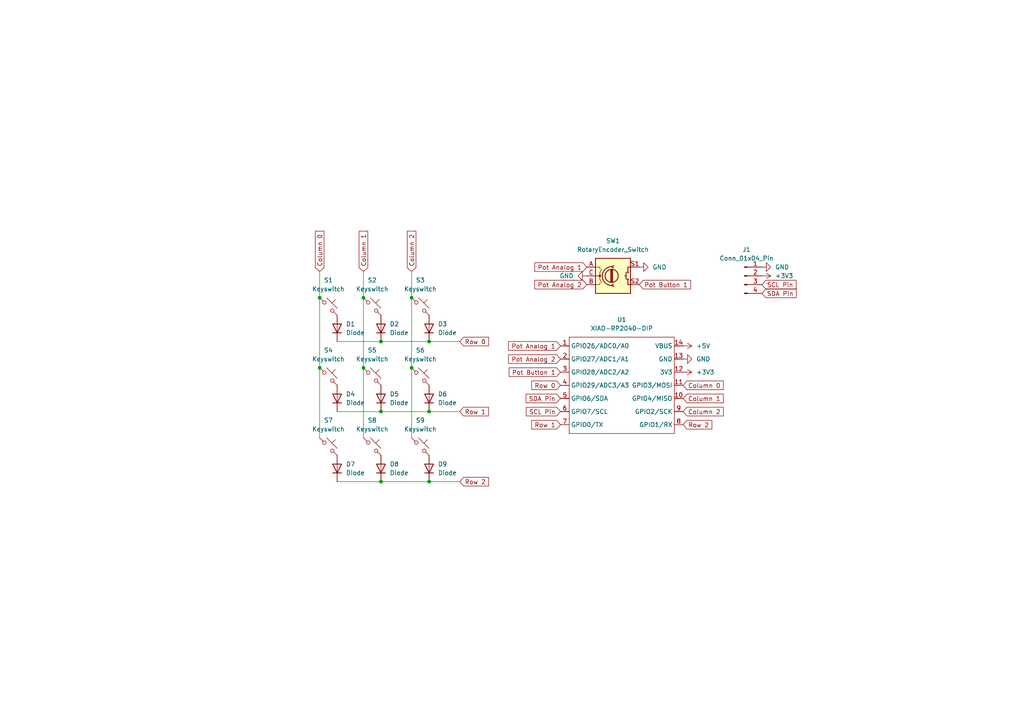
<source format=kicad_sch>
(kicad_sch (version 20231120) (generator "eeschema") (generator_version "8.0")
  (paper "A4")
  (lib_symbols
    (symbol "Connector:Conn_01x04_Pin" (pin_names (offset 1.016) hide)
      (property "Reference" "J" (at 0 5.08 0))
      (property "Value" "Conn_01x04_Pin" (at 0 -7.62 0))
      (symbol "Conn_01x04_Pin_1_1"
        (polyline (pts (xy 1.27 -5.08) (xy 0.8636 -5.08)) (stroke (width 0.1524)))
        (polyline (pts (xy 1.27 -2.54) (xy 0.8636 -2.54)) (stroke (width 0.1524)))
        (polyline (pts (xy 1.27 0) (xy 0.8636 0)) (stroke (width 0.1524)))
        (polyline (pts (xy 1.27 2.54) (xy 0.8636 2.54)) (stroke (width 0.1524)))
        (rectangle (start 0.8636 -4.953) (end 0 -5.207) (stroke (width 0.1524)) (fill (type outline)))
        (rectangle (start 0.8636 -2.413) (end 0 -2.667) (stroke (width 0.1524)) (fill (type outline)))
        (rectangle (start 0.8636 0.127) (end 0 -0.127) (stroke (width 0.1524)) (fill (type outline)))
        (rectangle (start 0.8636 2.667) (end 0 2.413) (stroke (width 0.1524)) (fill (type outline)))
        (pin passive line (at 5.08 2.54 180) (length 3.81) (name "Pin_1") (number "1"))
        (pin passive line (at 5.08 0 180) (length 3.81) (name "Pin_2") (number "2"))
        (pin passive line (at 5.08 -2.54 180) (length 3.81) (name "Pin_3") (number "3"))
        (pin passive line (at 5.08 -5.08 180) (length 3.81) (name "Pin_4") (number "4"))
      )
    )
    (symbol "Device:RotaryEncoder_Switch" (pin_names (offset 0.254) hide)
      (property "Reference" "SW" (at 0 6.604 0))
      (property "Value" "RotaryEncoder_Switch" (at 0 -6.604 0))
      (symbol "RotaryEncoder_Switch_0_1"
        (rectangle (start -5.08 5.08) (end 5.08 -5.08) (stroke (width 0.254)) (fill (type background)))
        (circle (center -3.81 0) (radius 0.254) (fill (type outline)))
        (circle (center -0.381 0) (radius 1.905) (stroke (width 0.254)))
        (arc (start -0.381 2.667) (mid -3.0988 -0.0635) (end -0.381 -2.794) (stroke (width 0.254)))
        (polyline (pts (xy -0.635 -1.778) (xy -0.635 1.778)) (stroke (width 0.254)))
        (polyline (pts (xy -0.381 -1.778) (xy -0.381 1.778)) (stroke (width 0.254)))
        (polyline (pts (xy -0.127 1.778) (xy -0.127 -1.778)) (stroke (width 0.254)))
        (polyline (pts (xy 3.81 0) (xy 3.429 0)) (stroke (width 0.254)))
        (polyline (pts (xy 3.81 1.016) (xy 3.81 -1.016)) (stroke (width 0.254)))
        (polyline (pts (xy -5.08 -2.54) (xy -3.81 -2.54) (xy -3.81 -2.032)))
        (polyline (pts (xy -5.08 2.54) (xy -3.81 2.54) (xy -3.81 2.032)))
        (polyline (pts (xy 0.254 -3.048) (xy -0.508 -2.794) (xy 0.127 -2.413)) (stroke (width 0.254)))
        (polyline (pts (xy 0.254 2.921) (xy -0.508 2.667) (xy 0.127 2.286)) (stroke (width 0.254)))
        (polyline (pts (xy 5.08 -2.54) (xy 4.318 -2.54) (xy 4.318 -1.016)) (stroke (width 0.254)))
        (polyline (pts (xy 5.08 2.54) (xy 4.318 2.54) (xy 4.318 1.016)) (stroke (width 0.254)))
        (polyline (pts (xy -5.08 0) (xy -3.81 0) (xy -3.81 -1.016) (xy -3.302 -2.032)))
        (polyline (pts (xy -4.318 0) (xy -3.81 0) (xy -3.81 1.016) (xy -3.302 2.032)))
        (circle (center 4.318 -1.016) (radius 0.127) (stroke (width 0.254)))
        (circle (center 4.318 1.016) (radius 0.127) (stroke (width 0.254)))
      )
      (symbol "RotaryEncoder_Switch_1_1"
        (pin passive line (at -7.62 2.54 0) (length 2.54) (name "A") (number "A"))
        (pin passive line (at -7.62 -2.54 0) (length 2.54) (name "B") (number "B"))
        (pin passive line (at -7.62 0 0) (length 2.54) (name "C") (number "C"))
        (pin passive line (at 7.62 2.54 180) (length 2.54) (name "S1") (number "S1"))
        (pin passive line (at 7.62 -2.54 180) (length 2.54) (name "S2") (number "S2"))
      )
    )
    (symbol "ScottoKeebs:Placeholder_Diode" (pin_numbers hide) (pin_names hide)
      (property "Reference" "D" (at 0 2.54 0))
      (property "Value" "Diode" (at 0 -2.54 0))
      (symbol "Placeholder_Diode_0_1"
        (polyline (pts (xy -1.27 1.27) (xy -1.27 -1.27)) (stroke (width 0.254)))
        (polyline (pts (xy 1.27 0) (xy -1.27 0)))
        (polyline (pts (xy 1.27 1.27) (xy 1.27 -1.27) (xy -1.27 0) (xy 1.27 1.27)) (stroke (width 0.254)))
      )
      (symbol "Placeholder_Diode_1_1"
        (pin passive line (at -3.81 0 0) (length 2.54) (name "K") (number "1"))
        (pin passive line (at 3.81 0 180) (length 2.54) (name "A") (number "2"))
      )
    )
    (symbol "ScottoKeebs:Placeholder_Keyswitch" (pin_numbers hide) (pin_names (offset 1.016) hide)
      (property "Reference" "S" (at 3.048 1.016 0))
      (property "Value" "Keyswitch" (at 0 -3.81 0))
      (symbol "Placeholder_Keyswitch_0_1"
        (circle (center -1.1684 1.1684) (radius 0.508))
        (polyline (pts (xy -0.508 2.54) (xy 2.54 -0.508)))
        (polyline (pts (xy 1.016 1.016) (xy 2.032 2.032)))
        (polyline (pts (xy -2.54 2.54) (xy -1.524 1.524) (xy -1.524 1.524)))
        (polyline (pts (xy 1.524 -1.524) (xy 2.54 -2.54) (xy 2.54 -2.54) (xy 2.54 -2.54)))
        (circle (center 1.143 -1.1938) (radius 0.508))
        (pin passive line (at -2.54 2.54 0) (length 0) (name "1") (number "1"))
        (pin passive line (at 2.54 -2.54 180) (length 0) (name "2") (number "2"))
      )
    )
    (symbol "Seeed_Studio_XIAO_Series:XIAO-RP2040-DIP"
      (property "Reference" "U" (at 0 0 0))
      (property "Value" "XIAO-RP2040-DIP" (at 5.334 -1.778 0))
      (symbol "XIAO-RP2040-DIP_1_0"
        (polyline (pts (xy -1.27 -30.48) (xy -1.27 -16.51)) (stroke (width 0.1524)))
        (polyline (pts (xy -1.27 -27.94) (xy -2.54 -27.94)) (stroke (width 0.1524)))
        (polyline (pts (xy -1.27 -24.13) (xy -2.54 -24.13)) (stroke (width 0.1524)))
        (polyline (pts (xy -1.27 -20.32) (xy -2.54 -20.32)) (stroke (width 0.1524)))
        (polyline (pts (xy -1.27 -16.51) (xy -2.54 -16.51)) (stroke (width 0.1524)))
        (polyline (pts (xy -1.27 -16.51) (xy -1.27 -12.7)) (stroke (width 0.1524)))
        (polyline (pts (xy -1.27 -12.7) (xy -2.54 -12.7)) (stroke (width 0.1524)))
        (polyline (pts (xy -1.27 -12.7) (xy -1.27 -8.89)) (stroke (width 0.1524)))
        (polyline (pts (xy -1.27 -8.89) (xy -2.54 -8.89)) (stroke (width 0.1524)))
        (polyline (pts (xy -1.27 -8.89) (xy -1.27 -5.08)) (stroke (width 0.1524)))
        (polyline (pts (xy -1.27 -5.08) (xy -2.54 -5.08)) (stroke (width 0.1524)))
        (polyline (pts (xy -1.27 -5.08) (xy -1.27 -2.54)) (stroke (width 0.1524)))
        (polyline (pts (xy -1.27 -2.54) (xy 29.21 -2.54)) (stroke (width 0.1524)))
        (polyline (pts (xy 29.21 -30.48) (xy -1.27 -30.48)) (stroke (width 0.1524)))
        (polyline (pts (xy 29.21 -12.7) (xy 29.21 -30.48)) (stroke (width 0.1524)))
        (polyline (pts (xy 29.21 -8.89) (xy 29.21 -12.7)) (stroke (width 0.1524)))
        (polyline (pts (xy 29.21 -5.08) (xy 29.21 -8.89)) (stroke (width 0.1524)))
        (polyline (pts (xy 29.21 -2.54) (xy 29.21 -5.08)) (stroke (width 0.1524)))
        (polyline (pts (xy 30.48 -27.94) (xy 29.21 -27.94)) (stroke (width 0.1524)))
        (polyline (pts (xy 30.48 -24.13) (xy 29.21 -24.13)) (stroke (width 0.1524)))
        (polyline (pts (xy 30.48 -20.32) (xy 29.21 -20.32)) (stroke (width 0.1524)))
        (polyline (pts (xy 30.48 -16.51) (xy 29.21 -16.51)) (stroke (width 0.1524)))
        (polyline (pts (xy 30.48 -12.7) (xy 29.21 -12.7)) (stroke (width 0.1524)))
        (polyline (pts (xy 30.48 -8.89) (xy 29.21 -8.89)) (stroke (width 0.1524)))
        (polyline (pts (xy 30.48 -5.08) (xy 29.21 -5.08)) (stroke (width 0.1524)))
        (pin passive line (at -3.81 -5.08 0) (length 2.54) (name "GPIO26/ADC0/A0") (number "1"))
        (pin passive line (at 31.75 -20.32 180) (length 2.54) (name "GPIO4/MISO") (number "10"))
        (pin passive line (at 31.75 -16.51 180) (length 2.54) (name "GPIO3/MOSI") (number "11"))
        (pin passive line (at 31.75 -12.7 180) (length 2.54) (name "3V3") (number "12"))
        (pin passive line (at 31.75 -8.89 180) (length 2.54) (name "GND") (number "13"))
        (pin passive line (at 31.75 -5.08 180) (length 2.54) (name "VBUS") (number "14"))
        (pin passive line (at -3.81 -8.89 0) (length 2.54) (name "GPIO27/ADC1/A1") (number "2"))
        (pin passive line (at -3.81 -12.7 0) (length 2.54) (name "GPIO28/ADC2/A2") (number "3"))
        (pin passive line (at -3.81 -16.51 0) (length 2.54) (name "GPIO29/ADC3/A3") (number "4"))
        (pin passive line (at -3.81 -20.32 0) (length 2.54) (name "GPIO6/SDA") (number "5"))
        (pin passive line (at -3.81 -24.13 0) (length 2.54) (name "GPIO7/SCL") (number "6"))
        (pin passive line (at -3.81 -27.94 0) (length 2.54) (name "GPIO0/TX") (number "7"))
        (pin passive line (at 31.75 -27.94 180) (length 2.54) (name "GPIO1/RX") (number "8"))
        (pin passive line (at 31.75 -24.13 180) (length 2.54) (name "GPIO2/SCK") (number "9"))
      )
    )
    (symbol "power:+3V3" (power) (pin_numbers hide) (pin_names (offset 0) hide)
      (property "Value" "+3V3" (at 0 3.556 0))
      (symbol "+3V3_0_1"
        (polyline (pts (xy -0.762 1.27) (xy 0 2.54)))
        (polyline (pts (xy 0 0) (xy 0 2.54)))
        (polyline (pts (xy 0 2.54) (xy 0.762 1.27)))
      )
      (symbol "+3V3_1_1"
        (pin power_in line (at 0 0 90) (length 0) (name "~") (number "1"))
      )
    )
    (symbol "power:+5V" (power) (pin_numbers hide) (pin_names (offset 0) hide)
      (property "Value" "+5V" (at 0 3.556 0))
      (symbol "+5V_0_1"
        (polyline (pts (xy -0.762 1.27) (xy 0 2.54)))
        (polyline (pts (xy 0 0) (xy 0 2.54)))
        (polyline (pts (xy 0 2.54) (xy 0.762 1.27)))
      )
      (symbol "+5V_1_1"
        (pin power_in line (at 0 0 90) (length 0) (name "~") (number "1"))
      )
    )
    (symbol "power:GND" (power) (pin_numbers hide) (pin_names (offset 0) hide)
      (property "Value" "GND" (at 0 -3.81 0))
      (symbol "GND_0_1"
        (polyline (pts (xy 0 0) (xy 0 -1.27) (xy 1.27 -1.27) (xy 0 -2.54) (xy -1.27 -1.27) (xy 0 -1.27)))
      )
      (symbol "GND_1_1"
        (pin power_in line (at 0 0 270) (length 0) (name "~") (number "1"))
      )
    )
  )
  (junction (at 92.71 106.68))
  (junction (at 110.49 119.38))
  (junction (at 92.71 86.36))
  (junction (at 110.49 99.06))
  (junction (at 110.49 139.7))
  (junction (at 124.46 99.06))
  (junction (at 124.46 119.38))
  (junction (at 105.41 106.68))
  (junction (at 124.46 139.7))
  (junction (at 119.38 86.36))
  (junction (at 119.38 106.68))
  (junction (at 105.41 86.36))
  (wire (pts (xy 110.49 139.7) (xy 124.46 139.7)))
  (wire (pts (xy 105.41 86.36) (xy 105.41 106.68)))
  (wire (pts (xy 105.41 78.74) (xy 105.41 86.36)))
  (wire (pts (xy 119.38 86.36) (xy 119.38 106.68)))
  (wire (pts (xy 105.41 106.68) (xy 105.41 127)))
  (wire (pts (xy 133.35 139.7) (xy 124.46 139.7)))
  (wire (pts (xy 133.35 99.06) (xy 124.46 99.06)))
  (wire (pts (xy 97.79 139.7) (xy 110.49 139.7)))
  (wire (pts (xy 110.49 99.06) (xy 124.46 99.06)))
  (wire (pts (xy 97.79 99.06) (xy 110.49 99.06)))
  (wire (pts (xy 92.71 86.36) (xy 92.71 106.68)))
  (wire (pts (xy 110.49 119.38) (xy 124.46 119.38)))
  (wire (pts (xy 97.79 119.38) (xy 110.49 119.38)))
  (wire (pts (xy 119.38 106.68) (xy 119.38 127)))
  (wire (pts (xy 92.71 78.74) (xy 92.71 86.36)))
  (wire (pts (xy 133.35 119.38) (xy 124.46 119.38)))
  (wire (pts (xy 119.38 78.74) (xy 119.38 86.36)))
  (wire (pts (xy 92.71 106.68) (xy 92.71 127)))
  (global_label "Row 1" (shape input) (at 162.56 123.19 180) (property "Intersheetrefs" "${INTERSHEET_REFS}" (effects (hide yes))))
  (global_label "Pot Analog 2" (shape input) (at 170.18 82.55 180) (property "Intersheetrefs" "${INTERSHEET_REFS}" (effects (hide yes))))
  (global_label "Column 0" (shape input) (at 198.12 111.76 0) (property "Intersheetrefs" "${INTERSHEET_REFS}" (effects (hide yes))))
  (global_label "Column 2" (shape input) (at 198.12 119.38 0) (property "Intersheetrefs" "${INTERSHEET_REFS}" (effects (hide yes))))
  (global_label "Column 1" (shape input) (at 198.12 115.57 0) (property "Intersheetrefs" "${INTERSHEET_REFS}" (effects (hide yes))))
  (global_label "Pot Button 1" (shape input) (at 185.42 82.55 0) (property "Intersheetrefs" "${INTERSHEET_REFS}" (effects (hide yes))))
  (global_label "Row 0" (shape input) (at 133.35 99.06 0) (property "Intersheetrefs" "${INTERSHEET_REFS}" (effects (hide yes))))
  (global_label "Column 0" (shape input) (at 92.71 78.74 90) (property "Intersheetrefs" "${INTERSHEET_REFS}" (effects (hide yes))))
  (global_label "SCL Pin" (shape input) (at 220.98 82.55 0) (property "Intersheetrefs" "${INTERSHEET_REFS}" (effects (hide yes))))
  (global_label "SDA Pin" (shape input) (at 220.98 85.09 0) (property "Intersheetrefs" "${INTERSHEET_REFS}" (effects (hide yes))))
  (global_label "SCL Pin" (shape input) (at 162.56 119.38 180) (property "Intersheetrefs" "${INTERSHEET_REFS}" (effects (hide yes))))
  (global_label "Row 1" (shape input) (at 133.35 119.38 0) (property "Intersheetrefs" "${INTERSHEET_REFS}" (effects (hide yes))))
  (global_label "Row 2" (shape input) (at 198.12 123.19 0) (property "Intersheetrefs" "${INTERSHEET_REFS}" (effects (hide yes))))
  (global_label "Pot Analog 1" (shape input) (at 170.18 77.47 180) (property "Intersheetrefs" "${INTERSHEET_REFS}" (effects (hide yes))))
  (global_label "Column 1" (shape input) (at 105.41 78.74 90) (property "Intersheetrefs" "${INTERSHEET_REFS}" (effects (hide yes))))
  (global_label "SDA Pin" (shape input) (at 162.56 115.57 180) (property "Intersheetrefs" "${INTERSHEET_REFS}" (effects (hide yes))))
  (global_label "Column 2" (shape input) (at 119.38 78.74 90) (property "Intersheetrefs" "${INTERSHEET_REFS}" (effects (hide yes))))
  (global_label "Row 2" (shape input) (at 133.35 139.7 0) (property "Intersheetrefs" "${INTERSHEET_REFS}" (effects (hide yes))))
  (global_label "Row 0" (shape input) (at 162.56 111.76 180) (property "Intersheetrefs" "${INTERSHEET_REFS}" (effects (hide yes))))
  (global_label "Pot Analog 2" (shape input) (at 162.56 104.14 180) (property "Intersheetrefs" "${INTERSHEET_REFS}" (effects (hide yes))))
  (global_label "Pot Analog 1" (shape input) (at 162.56 100.33 180) (property "Intersheetrefs" "${INTERSHEET_REFS}" (effects (hide yes))))
  (global_label "Pot Button 1" (shape input) (at 162.56 107.95 180) (property "Intersheetrefs" "${INTERSHEET_REFS}" (effects (hide yes))))
  (symbol (lib_id "ScottoKeebs:Placeholder_Keyswitch") (at 107.95 109.22 0) (unit 1)
    (property "Reference" "S5" (at 107.95 101.6 0))
    (property "Value" "Keyswitch" (at 107.95 104.14 0))
    (property "Footprint" "ScottoKeebs_MX:MX_PCB_1.00u" (effects (hide yes)))
    (property "Description" "Push button switch, normally open, two pins, 45° tilted" (effects (hide yes)))
  )
  (symbol (lib_id "power:GND") (at 198.12 104.14 90) (unit 1)
    (property "Reference" "#PWR03" (effects (hide yes)))
    (property "Value" "GND" (at 201.93 104.1399 90) (effects (justify right)))
    (property "Description" "Power symbol creates a global label with name \"GND\" , ground" (effects (hide yes)))
  )
  (symbol (lib_id "ScottoKeebs:Placeholder_Keyswitch") (at 121.92 129.54 0) (unit 1)
    (property "Reference" "S9" (at 121.92 121.92 0))
    (property "Value" "Keyswitch" (at 121.92 124.46 0))
    (property "Footprint" "ScottoKeebs_MX:MX_PCB_1.00u" (effects (hide yes)))
    (property "Description" "Push button switch, normally open, two pins, 45° tilted" (effects (hide yes)))
  )
  (symbol (lib_id "ScottoKeebs:Placeholder_Diode") (at 124.46 115.57 90) (unit 1)
    (property "Reference" "D6" (at 127 114.2999 90) (effects (justify right)))
    (property "Value" "Diode" (at 127 116.8399 90) (effects (justify right)))
    (property "Footprint" "ScottoKeebs_Components:Diode_DO-35" (effects (hide yes)))
    (property "Description" "1N4148 (DO-35) or 1N4148W (SOD-123)" (effects (hide yes)))
    (property "Sim.Device" "D" (effects (hide yes)))
    (property "Sim.Pins" "1=K 2=A" (effects (hide yes)))
  )
  (symbol (lib_id "ScottoKeebs:Placeholder_Diode") (at 110.49 135.89 90) (unit 1)
    (property "Reference" "D8" (at 113.03 134.6199 90) (effects (justify right)))
    (property "Value" "Diode" (at 113.03 137.1599 90) (effects (justify right)))
    (property "Footprint" "ScottoKeebs_Components:Diode_DO-35" (effects (hide yes)))
    (property "Description" "1N4148 (DO-35) or 1N4148W (SOD-123)" (effects (hide yes)))
    (property "Sim.Device" "D" (effects (hide yes)))
    (property "Sim.Pins" "1=K 2=A" (effects (hide yes)))
  )
  (symbol (lib_id "ScottoKeebs:Placeholder_Diode") (at 124.46 95.25 90) (unit 1)
    (property "Reference" "D3" (at 127 93.9799 90) (effects (justify right)))
    (property "Value" "Diode" (at 127 96.5199 90) (effects (justify right)))
    (property "Footprint" "ScottoKeebs_Components:Diode_DO-35" (effects (hide yes)))
    (property "Description" "1N4148 (DO-35) or 1N4148W (SOD-123)" (effects (hide yes)))
    (property "Sim.Device" "D" (effects (hide yes)))
    (property "Sim.Pins" "1=K 2=A" (effects (hide yes)))
  )
  (symbol (lib_id "ScottoKeebs:Placeholder_Keyswitch") (at 95.25 109.22 0) (unit 1)
    (property "Reference" "S4" (at 95.25 101.6 0))
    (property "Value" "Keyswitch" (at 95.25 104.14 0))
    (property "Footprint" "ScottoKeebs_MX:MX_PCB_1.00u" (effects (hide yes)))
    (property "Description" "Push button switch, normally open, two pins, 45° tilted" (effects (hide yes)))
  )
  (symbol (lib_id "ScottoKeebs:Placeholder_Keyswitch") (at 121.92 109.22 0) (unit 1)
    (property "Reference" "S6" (at 121.92 101.6 0))
    (property "Value" "Keyswitch" (at 121.92 104.14 0))
    (property "Footprint" "ScottoKeebs_MX:MX_PCB_1.00u" (effects (hide yes)))
    (property "Description" "Push button switch, normally open, two pins, 45° tilted" (effects (hide yes)))
  )
  (symbol (lib_id "power:+3V3") (at 198.12 107.95 270) (unit 1)
    (property "Reference" "#PWR05" (effects (hide yes)))
    (property "Value" "+3V3" (at 201.93 107.9499 90) (effects (justify left)))
    (property "Description" "Power symbol creates a global label with name \"+3V3\"" (effects (hide yes)))
  )
  (symbol (lib_id "ScottoKeebs:Placeholder_Diode") (at 110.49 95.25 90) (unit 1)
    (property "Reference" "D2" (at 113.03 93.9799 90) (effects (justify right)))
    (property "Value" "Diode" (at 113.03 96.5199 90) (effects (justify right)))
    (property "Footprint" "ScottoKeebs_Components:Diode_DO-35" (effects (hide yes)))
    (property "Description" "1N4148 (DO-35) or 1N4148W (SOD-123)" (effects (hide yes)))
    (property "Sim.Device" "D" (effects (hide yes)))
    (property "Sim.Pins" "1=K 2=A" (effects (hide yes)))
  )
  (symbol (lib_id "ScottoKeebs:Placeholder_Diode") (at 124.46 135.89 90) (unit 1)
    (property "Reference" "D9" (at 127 134.6199 90) (effects (justify right)))
    (property "Value" "Diode" (at 127 137.1599 90) (effects (justify right)))
    (property "Footprint" "ScottoKeebs_Components:Diode_DO-35" (effects (hide yes)))
    (property "Description" "1N4148 (DO-35) or 1N4148W (SOD-123)" (effects (hide yes)))
    (property "Sim.Device" "D" (effects (hide yes)))
    (property "Sim.Pins" "1=K 2=A" (effects (hide yes)))
  )
  (symbol (lib_id "power:GND") (at 170.18 80.01 270) (unit 1)
    (property "Reference" "#PWR02" (effects (hide yes)))
    (property "Value" "GND" (at 166.37 80.0099 90) (effects (justify right)))
    (property "Description" "Power symbol creates a global label with name \"GND\" , ground" (effects (hide yes)))
  )
  (symbol (lib_id "power:+5V") (at 198.12 100.33 270) (unit 1)
    (property "Reference" "#PWR08" (effects (hide yes)))
    (property "Value" "+5V" (at 201.93 100.3299 90) (effects (justify left)))
    (property "Description" "Power symbol creates a global label with name \"+5V\"" (effects (hide yes)))
  )
  (symbol (lib_id "ScottoKeebs:Placeholder_Keyswitch") (at 121.92 88.9 0) (unit 1)
    (property "Reference" "S3" (at 121.92 81.28 0))
    (property "Value" "Keyswitch" (at 121.92 83.82 0))
    (property "Footprint" "ScottoKeebs_MX:MX_PCB_1.00u" (effects (hide yes)))
    (property "Description" "Push button switch, normally open, two pins, 45° tilted" (effects (hide yes)))
  )
  (symbol (lib_id "ScottoKeebs:Placeholder_Diode") (at 110.49 115.57 90) (unit 1)
    (property "Reference" "D5" (at 113.03 114.2999 90) (effects (justify right)))
    (property "Value" "Diode" (at 113.03 116.8399 90) (effects (justify right)))
    (property "Footprint" "ScottoKeebs_Components:Diode_DO-35" (effects (hide yes)))
    (property "Description" "1N4148 (DO-35) or 1N4148W (SOD-123)" (effects (hide yes)))
    (property "Sim.Device" "D" (effects (hide yes)))
    (property "Sim.Pins" "1=K 2=A" (effects (hide yes)))
  )
  (symbol (lib_id "ScottoKeebs:Placeholder_Keyswitch") (at 95.25 88.9 0) (unit 1)
    (property "Reference" "S1" (at 95.25 81.28 0))
    (property "Value" "Keyswitch" (at 95.25 83.82 0))
    (property "Footprint" "ScottoKeebs_MX:MX_PCB_1.00u" (effects (hide yes)))
    (property "Description" "Push button switch, normally open, two pins, 45° tilted" (effects (hide yes)))
  )
  (symbol (lib_id "Connector:Conn_01x04_Pin") (at 215.9 80.01 0) (unit 1)
    (property "Reference" "J1" (at 216.535 72.39 0))
    (property "Value" "Conn_01x04_Pin" (at 216.535 74.93 0))
    (property "Footprint" "KiCad-SSD1306-0.91-OLED-4pin-128x32.pretty-master:SSD1306-0.91-OLED-4pin-128x32" (effects (hide yes)))
    (property "Description" "Generic connector, single row, 01x04, script generated" (effects (hide yes)))
  )
  (symbol (lib_id "power:+3V3") (at 220.98 80.01 270) (unit 1)
    (property "Reference" "#PWR06" (effects (hide yes)))
    (property "Value" "+3V3" (at 224.79 80.0099 90) (effects (justify left)))
    (property "Description" "Power symbol creates a global label with name \"+3V3\"" (effects (hide yes)))
  )
  (symbol (lib_id "ScottoKeebs:Placeholder_Diode") (at 97.79 135.89 90) (unit 1)
    (property "Reference" "D7" (at 100.33 134.6199 90) (effects (justify right)))
    (property "Value" "Diode" (at 100.33 137.1599 90) (effects (justify right)))
    (property "Footprint" "ScottoKeebs_Components:Diode_DO-35" (effects (hide yes)))
    (property "Description" "1N4148 (DO-35) or 1N4148W (SOD-123)" (effects (hide yes)))
    (property "Sim.Device" "D" (effects (hide yes)))
    (property "Sim.Pins" "1=K 2=A" (effects (hide yes)))
  )
  (symbol (lib_id "Seeed_Studio_XIAO_Series:XIAO-RP2040-DIP") (at 166.37 95.25 0) (unit 1)
    (property "Reference" "U1" (at 180.34 92.71 0))
    (property "Value" "XIAO-RP2040-DIP" (at 180.34 95.25 0))
    (property "Footprint" "Seeed Studio XIAO Series Library:XIAO-RP2040-DIP" (effects (hide yes)))
  )
  (symbol (lib_id "power:GND") (at 220.98 77.47 90) (unit 1)
    (property "Reference" "#PWR04" (effects (hide yes)))
    (property "Value" "GND" (at 224.79 77.4699 90) (effects (justify right)))
    (property "Description" "Power symbol creates a global label with name \"GND\" , ground" (effects (hide yes)))
  )
  (symbol (lib_id "ScottoKeebs:Placeholder_Keyswitch") (at 95.25 129.54 0) (unit 1)
    (property "Reference" "S7" (at 95.25 121.92 0))
    (property "Value" "Keyswitch" (at 95.25 124.46 0))
    (property "Footprint" "ScottoKeebs_MX:MX_PCB_1.00u" (effects (hide yes)))
    (property "Description" "Push button switch, normally open, two pins, 45° tilted" (effects (hide yes)))
  )
  (symbol (lib_id "ScottoKeebs:Placeholder_Keyswitch") (at 107.95 88.9 0) (unit 1)
    (property "Reference" "S2" (at 107.95 81.28 0))
    (property "Value" "Keyswitch" (at 107.95 83.82 0))
    (property "Footprint" "ScottoKeebs_MX:MX_PCB_1.00u" (effects (hide yes)))
    (property "Description" "Push button switch, normally open, two pins, 45° tilted" (effects (hide yes)))
  )
  (symbol (lib_id "ScottoKeebs:Placeholder_Diode") (at 97.79 115.57 90) (unit 1)
    (property "Reference" "D4" (at 100.33 114.2999 90) (effects (justify right)))
    (property "Value" "Diode" (at 100.33 116.8399 90) (effects (justify right)))
    (property "Footprint" "ScottoKeebs_Components:Diode_DO-35" (effects (hide yes)))
    (property "Description" "1N4148 (DO-35) or 1N4148W (SOD-123)" (effects (hide yes)))
    (property "Sim.Device" "D" (effects (hide yes)))
    (property "Sim.Pins" "1=K 2=A" (effects (hide yes)))
  )
  (symbol (lib_id "Device:RotaryEncoder_Switch") (at 177.8 80.01 0) (unit 1)
    (property "Reference" "SW1" (at 177.8 69.85 0))
    (property "Value" "RotaryEncoder_Switch" (at 177.8 72.39 0))
    (property "Footprint" "Rotary_Encoder:RotaryEncoder_Alps_EC11E-Switch_Vertical_H20mm" (effects (hide yes)))
    (property "Description" "Rotary encoder, dual channel, incremental quadrate outputs, with switch" (effects (hide yes)))
  )
  (symbol (lib_id "ScottoKeebs:Placeholder_Keyswitch") (at 107.95 129.54 0) (unit 1)
    (property "Reference" "S8" (at 107.95 121.92 0))
    (property "Value" "Keyswitch" (at 107.95 124.46 0))
    (property "Footprint" "ScottoKeebs_MX:MX_PCB_1.00u" (effects (hide yes)))
    (property "Description" "Push button switch, normally open, two pins, 45° tilted" (effects (hide yes)))
  )
  (symbol (lib_id "ScottoKeebs:Placeholder_Diode") (at 97.79 95.25 90) (unit 1)
    (property "Reference" "D1" (at 100.33 93.9799 90) (effects (justify right)))
    (property "Value" "Diode" (at 100.33 96.5199 90) (effects (justify right)))
    (property "Footprint" "ScottoKeebs_Components:Diode_DO-35" (effects (hide yes)))
    (property "Description" "1N4148 (DO-35) or 1N4148W (SOD-123)" (effects (hide yes)))
    (property "Sim.Device" "D" (effects (hide yes)))
    (property "Sim.Pins" "1=K 2=A" (effects (hide yes)))
  )
  (symbol (lib_id "power:GND") (at 185.42 77.47 90) (unit 1)
    (property "Reference" "#PWR01" (effects (hide yes)))
    (property "Value" "GND" (at 189.23 77.4699 90) (effects (justify right)))
    (property "Description" "Power symbol creates a global label with name \"GND\" , ground" (effects (hide yes)))
  )
)
</source>
